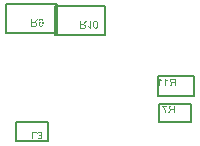
<source format=gbr>
G04*
G04 #@! TF.GenerationSoftware,Altium Limited,Altium Designer,23.3.1 (30)*
G04*
G04 Layer_Color=32896*
%FSLAX25Y25*%
%MOIN*%
G70*
G04*
G04 #@! TF.SameCoordinates,9E9A1B20-5B00-4279-B210-449FD35A5861*
G04*
G04*
G04 #@! TF.FilePolarity,Positive*
G04*
G01*
G75*
%ADD10C,0.00787*%
G36*
X232928Y192952D02*
X232593D01*
Y194070D01*
X232164D01*
X232124Y194066D01*
X232095D01*
X232069Y194062D01*
X232051Y194059D01*
X232036D01*
X232029Y194055D01*
X232025D01*
X231967Y194037D01*
X231942Y194026D01*
X231920Y194015D01*
X231898Y194004D01*
X231883Y193997D01*
X231876Y193993D01*
X231872Y193990D01*
X231843Y193968D01*
X231814Y193942D01*
X231760Y193888D01*
X231734Y193862D01*
X231716Y193841D01*
X231705Y193826D01*
X231701Y193822D01*
X231665Y193771D01*
X231625Y193717D01*
X231585Y193658D01*
X231545Y193604D01*
X231512Y193553D01*
X231487Y193513D01*
X231476Y193498D01*
X231468Y193487D01*
X231461Y193480D01*
Y193476D01*
X231130Y192952D01*
X230715D01*
X231148Y193637D01*
X231199Y193709D01*
X231246Y193775D01*
X231294Y193830D01*
X231334Y193880D01*
X231370Y193917D01*
X231399Y193946D01*
X231417Y193964D01*
X231425Y193972D01*
X231454Y193993D01*
X231487Y194019D01*
X231552Y194059D01*
X231581Y194073D01*
X231603Y194088D01*
X231618Y194095D01*
X231625Y194099D01*
X231559Y194110D01*
X231498Y194121D01*
X231443Y194139D01*
X231388Y194153D01*
X231341Y194172D01*
X231297Y194194D01*
X231257Y194212D01*
X231221Y194230D01*
X231192Y194252D01*
X231163Y194270D01*
X231141Y194284D01*
X231123Y194299D01*
X231108Y194310D01*
X231097Y194321D01*
X231094Y194325D01*
X231090Y194328D01*
X231061Y194365D01*
X231032Y194401D01*
X230988Y194477D01*
X230959Y194554D01*
X230937Y194627D01*
X230922Y194689D01*
X230919Y194714D01*
Y194740D01*
X230915Y194758D01*
Y194772D01*
Y194780D01*
Y194783D01*
X230919Y194860D01*
X230930Y194929D01*
X230948Y194994D01*
X230966Y195049D01*
X230988Y195096D01*
X231002Y195133D01*
X231017Y195155D01*
X231021Y195158D01*
Y195162D01*
X231064Y195220D01*
X231108Y195271D01*
X231155Y195315D01*
X231199Y195347D01*
X231239Y195373D01*
X231272Y195387D01*
X231294Y195398D01*
X231297Y195402D01*
X231301D01*
X231334Y195413D01*
X231374Y195424D01*
X231454Y195442D01*
X231541Y195453D01*
X231621Y195464D01*
X231698Y195468D01*
X231731D01*
X231760Y195471D01*
X232928D01*
Y192952D01*
D02*
G37*
G36*
X230497Y195140D02*
X229263D01*
X229350Y195034D01*
X229434Y194922D01*
X229506Y194812D01*
X229576Y194707D01*
X229605Y194659D01*
X229630Y194616D01*
X229656Y194576D01*
X229674Y194543D01*
X229689Y194514D01*
X229699Y194496D01*
X229707Y194481D01*
X229710Y194477D01*
X229783Y194332D01*
X229849Y194186D01*
X229903Y194048D01*
X229925Y193986D01*
X229947Y193924D01*
X229969Y193870D01*
X229983Y193819D01*
X229998Y193775D01*
X230009Y193739D01*
X230020Y193706D01*
X230027Y193684D01*
X230031Y193669D01*
Y193666D01*
X230067Y193517D01*
X230082Y193444D01*
X230093Y193378D01*
X230103Y193316D01*
X230114Y193254D01*
X230122Y193203D01*
X230129Y193152D01*
X230133Y193109D01*
X230136Y193069D01*
X230140Y193032D01*
Y193003D01*
X230143Y192981D01*
Y192967D01*
Y192956D01*
Y192952D01*
X229827D01*
X229816Y193091D01*
X229798Y193218D01*
X229779Y193334D01*
X229768Y193389D01*
X229758Y193440D01*
X229750Y193484D01*
X229739Y193524D01*
X229732Y193560D01*
X229725Y193589D01*
X229718Y193611D01*
X229714Y193629D01*
X229710Y193640D01*
Y193644D01*
X229656Y193811D01*
X229597Y193968D01*
X229568Y194044D01*
X229539Y194117D01*
X229506Y194183D01*
X229477Y194248D01*
X229452Y194306D01*
X229426Y194357D01*
X229404Y194401D01*
X229386Y194441D01*
X229368Y194474D01*
X229357Y194496D01*
X229350Y194510D01*
X229346Y194514D01*
X229303Y194590D01*
X229259Y194667D01*
X229215Y194736D01*
X229172Y194801D01*
X229132Y194860D01*
X229092Y194918D01*
X229051Y194969D01*
X229019Y195013D01*
X228986Y195056D01*
X228957Y195093D01*
X228928Y195122D01*
X228906Y195147D01*
X228891Y195169D01*
X228877Y195184D01*
X228870Y195191D01*
X228866Y195195D01*
Y195438D01*
X230497D01*
Y195140D01*
D02*
G37*
G36*
X188072Y186822D02*
X188134Y186815D01*
X188196Y186804D01*
X188254Y186789D01*
X188309Y186771D01*
X188356Y186753D01*
X188403Y186731D01*
X188443Y186709D01*
X188483Y186691D01*
X188516Y186669D01*
X188545Y186651D01*
X188567Y186633D01*
X188585Y186618D01*
X188600Y186607D01*
X188607Y186600D01*
X188611Y186596D01*
X188654Y186553D01*
X188691Y186505D01*
X188724Y186458D01*
X188753Y186411D01*
X188775Y186367D01*
X188796Y186320D01*
X188826Y186232D01*
X188833Y186192D01*
X188840Y186156D01*
X188847Y186123D01*
X188851Y186094D01*
X188855Y186072D01*
Y186054D01*
Y186043D01*
Y186039D01*
X188851Y185952D01*
X188836Y185872D01*
X188814Y185803D01*
X188793Y185745D01*
X188771Y185697D01*
X188749Y185661D01*
X188734Y185639D01*
X188731Y185632D01*
X188680Y185577D01*
X188625Y185530D01*
X188567Y185493D01*
X188509Y185464D01*
X188458Y185442D01*
X188418Y185428D01*
X188403Y185424D01*
X188392Y185421D01*
X188385Y185417D01*
X188381D01*
X188443Y185384D01*
X188494Y185351D01*
X188538Y185315D01*
X188574Y185282D01*
X188603Y185253D01*
X188625Y185228D01*
X188636Y185213D01*
X188640Y185206D01*
X188669Y185155D01*
X188691Y185104D01*
X188709Y185053D01*
X188720Y185006D01*
X188727Y184966D01*
X188731Y184936D01*
Y184915D01*
Y184907D01*
X188727Y184845D01*
X188716Y184783D01*
X188702Y184729D01*
X188683Y184682D01*
X188665Y184642D01*
X188651Y184609D01*
X188640Y184591D01*
X188636Y184583D01*
X188600Y184529D01*
X188556Y184481D01*
X188512Y184441D01*
X188469Y184405D01*
X188432Y184379D01*
X188400Y184358D01*
X188378Y184347D01*
X188374Y184343D01*
X188371D01*
X188305Y184314D01*
X188239Y184292D01*
X188174Y184274D01*
X188116Y184263D01*
X188068Y184256D01*
X188028Y184252D01*
X187937D01*
X187886Y184259D01*
X187788Y184278D01*
X187704Y184307D01*
X187631Y184336D01*
X187599Y184354D01*
X187573Y184369D01*
X187548Y184383D01*
X187530Y184398D01*
X187515Y184409D01*
X187504Y184416D01*
X187497Y184420D01*
X187493Y184423D01*
X187424Y184492D01*
X187370Y184569D01*
X187326Y184649D01*
X187289Y184729D01*
X187267Y184798D01*
X187257Y184827D01*
X187249Y184853D01*
X187246Y184874D01*
X187242Y184889D01*
X187238Y184900D01*
Y184904D01*
X187548Y184958D01*
X187562Y184878D01*
X187584Y184809D01*
X187610Y184751D01*
X187635Y184704D01*
X187661Y184667D01*
X187682Y184642D01*
X187697Y184623D01*
X187701Y184620D01*
X187748Y184583D01*
X187799Y184554D01*
X187846Y184536D01*
X187894Y184521D01*
X187937Y184514D01*
X187970Y184507D01*
X187999D01*
X188065Y184511D01*
X188123Y184525D01*
X188174Y184543D01*
X188218Y184562D01*
X188250Y184583D01*
X188276Y184601D01*
X188294Y184616D01*
X188298Y184620D01*
X188338Y184663D01*
X188367Y184711D01*
X188385Y184758D01*
X188400Y184802D01*
X188407Y184842D01*
X188414Y184871D01*
Y184893D01*
Y184896D01*
Y184900D01*
Y184940D01*
X188407Y184976D01*
X188389Y185038D01*
X188363Y185093D01*
X188334Y185140D01*
X188305Y185173D01*
X188279Y185198D01*
X188261Y185213D01*
X188258Y185217D01*
X188254D01*
X188192Y185249D01*
X188134Y185275D01*
X188072Y185293D01*
X188017Y185304D01*
X187970Y185311D01*
X187930Y185319D01*
X187883D01*
X187868Y185315D01*
X187850D01*
X187813Y185588D01*
X187861Y185577D01*
X187905Y185570D01*
X187941Y185563D01*
X187974Y185559D01*
X187999Y185555D01*
X188032D01*
X188108Y185563D01*
X188178Y185577D01*
X188239Y185599D01*
X188290Y185624D01*
X188330Y185650D01*
X188359Y185672D01*
X188378Y185686D01*
X188385Y185694D01*
X188432Y185748D01*
X188469Y185806D01*
X188494Y185865D01*
X188509Y185923D01*
X188520Y185970D01*
X188523Y186010D01*
X188527Y186025D01*
Y186036D01*
Y186043D01*
Y186047D01*
X188520Y186127D01*
X188502Y186199D01*
X188480Y186261D01*
X188451Y186316D01*
X188421Y186360D01*
X188400Y186392D01*
X188381Y186414D01*
X188374Y186422D01*
X188316Y186472D01*
X188254Y186509D01*
X188192Y186534D01*
X188134Y186553D01*
X188083Y186564D01*
X188043Y186567D01*
X188028Y186571D01*
X188006D01*
X187941Y186567D01*
X187879Y186553D01*
X187824Y186534D01*
X187781Y186512D01*
X187744Y186494D01*
X187715Y186476D01*
X187701Y186462D01*
X187693Y186458D01*
X187650Y186407D01*
X187613Y186349D01*
X187581Y186287D01*
X187555Y186221D01*
X187537Y186167D01*
X187530Y186141D01*
X187526Y186119D01*
X187522Y186101D01*
X187519Y186087D01*
X187515Y186079D01*
Y186076D01*
X187206Y186116D01*
X187213Y186174D01*
X187224Y186229D01*
X187257Y186330D01*
X187297Y186418D01*
X187319Y186454D01*
X187340Y186491D01*
X187362Y186523D01*
X187384Y186549D01*
X187402Y186574D01*
X187420Y186593D01*
X187431Y186607D01*
X187442Y186618D01*
X187450Y186625D01*
X187453Y186629D01*
X187497Y186662D01*
X187540Y186695D01*
X187584Y186720D01*
X187631Y186742D01*
X187723Y186778D01*
X187810Y186800D01*
X187850Y186807D01*
X187886Y186815D01*
X187919Y186818D01*
X187948Y186822D01*
X187970Y186826D01*
X188003D01*
X188072Y186822D01*
D02*
G37*
G36*
X186933Y186483D02*
X185691D01*
Y184263D01*
X185356D01*
Y186782D01*
X186933D01*
Y186483D01*
D02*
G37*
G36*
X203166Y222975D02*
X203115Y222902D01*
X203068Y222837D01*
X203021Y222782D01*
X202980Y222731D01*
X202944Y222695D01*
X202915Y222666D01*
X202897Y222648D01*
X202889Y222640D01*
X202860Y222618D01*
X202828Y222593D01*
X202762Y222553D01*
X202733Y222538D01*
X202711Y222524D01*
X202697Y222516D01*
X202689Y222513D01*
X202755Y222502D01*
X202817Y222491D01*
X202871Y222473D01*
X202926Y222458D01*
X202973Y222440D01*
X203017Y222418D01*
X203057Y222400D01*
X203093Y222382D01*
X203122Y222360D01*
X203152Y222342D01*
X203173Y222327D01*
X203192Y222313D01*
X203206Y222302D01*
X203217Y222291D01*
X203221Y222287D01*
X203224Y222284D01*
X203254Y222247D01*
X203283Y222211D01*
X203326Y222134D01*
X203355Y222058D01*
X203377Y221985D01*
X203392Y221923D01*
X203396Y221898D01*
Y221872D01*
X203399Y221854D01*
Y221839D01*
Y221832D01*
Y221829D01*
X203396Y221752D01*
X203385Y221683D01*
X203366Y221617D01*
X203348Y221563D01*
X203326Y221515D01*
X203312Y221479D01*
X203297Y221457D01*
X203294Y221454D01*
Y221450D01*
X203250Y221392D01*
X203206Y221341D01*
X203159Y221297D01*
X203115Y221264D01*
X203075Y221239D01*
X203042Y221224D01*
X203021Y221213D01*
X203017Y221210D01*
X203013D01*
X202980Y221199D01*
X202941Y221188D01*
X202860Y221170D01*
X202773Y221159D01*
X202693Y221148D01*
X202617Y221144D01*
X202584D01*
X202555Y221141D01*
X201386D01*
Y223659D01*
X201721D01*
Y222542D01*
X202151D01*
X202191Y222546D01*
X202220D01*
X202245Y222549D01*
X202263Y222553D01*
X202278D01*
X202285Y222557D01*
X202289D01*
X202347Y222575D01*
X202373Y222586D01*
X202395Y222597D01*
X202416Y222607D01*
X202431Y222615D01*
X202438Y222618D01*
X202442Y222622D01*
X202471Y222644D01*
X202500Y222669D01*
X202555Y222724D01*
X202580Y222749D01*
X202598Y222771D01*
X202609Y222786D01*
X202613Y222790D01*
X202649Y222840D01*
X202689Y222895D01*
X202729Y222953D01*
X202769Y223008D01*
X202802Y223059D01*
X202828Y223099D01*
X202839Y223113D01*
X202846Y223124D01*
X202853Y223132D01*
Y223135D01*
X203184Y223659D01*
X203599D01*
X203166Y222975D01*
D02*
G37*
G36*
X204961Y221130D02*
X204761D01*
X204724Y221192D01*
X204684Y221250D01*
X204637Y221308D01*
X204593Y221359D01*
X204549Y221403D01*
X204517Y221439D01*
X204502Y221450D01*
X204491Y221461D01*
X204487Y221465D01*
X204484Y221468D01*
X204407Y221530D01*
X204331Y221588D01*
X204258Y221639D01*
X204185Y221679D01*
X204123Y221716D01*
X204098Y221730D01*
X204076Y221741D01*
X204058Y221752D01*
X204043Y221756D01*
X204036Y221763D01*
X204032D01*
Y222061D01*
X204087Y222040D01*
X204142Y222014D01*
X204196Y221989D01*
X204247Y221963D01*
X204291Y221941D01*
X204327Y221923D01*
X204349Y221909D01*
X204353Y221905D01*
X204356D01*
X204422Y221865D01*
X204480Y221825D01*
X204531Y221789D01*
X204571Y221756D01*
X204608Y221730D01*
X204629Y221708D01*
X204648Y221694D01*
X204651Y221690D01*
Y223659D01*
X204961D01*
Y221130D01*
D02*
G37*
G36*
X206675Y223696D02*
X206766Y223681D01*
X206843Y223656D01*
X206908Y223630D01*
X206963Y223605D01*
X206981Y223590D01*
X206999Y223579D01*
X207014Y223572D01*
X207025Y223565D01*
X207028Y223557D01*
X207032D01*
X207097Y223496D01*
X207152Y223430D01*
X207199Y223357D01*
X207236Y223292D01*
X207265Y223230D01*
X207279Y223204D01*
X207287Y223179D01*
X207294Y223161D01*
X207301Y223146D01*
X207305Y223139D01*
Y223135D01*
X207323Y223081D01*
X207338Y223026D01*
X207360Y222910D01*
X207378Y222790D01*
X207389Y222673D01*
X207392Y222622D01*
X207396Y222575D01*
Y222531D01*
X207400Y222491D01*
Y222462D01*
Y222436D01*
Y222422D01*
Y222418D01*
Y222349D01*
X207396Y222284D01*
Y222225D01*
X207392Y222167D01*
X207385Y222116D01*
X207381Y222065D01*
X207378Y222022D01*
X207370Y221981D01*
X207367Y221945D01*
X207360Y221912D01*
X207356Y221887D01*
X207352Y221865D01*
X207348Y221847D01*
X207345Y221836D01*
X207341Y221829D01*
Y221825D01*
X207319Y221745D01*
X207294Y221672D01*
X207265Y221610D01*
X207243Y221555D01*
X207218Y221508D01*
X207203Y221476D01*
X207188Y221457D01*
X207185Y221450D01*
X207145Y221395D01*
X207105Y221348D01*
X207061Y221308D01*
X207021Y221272D01*
X206984Y221246D01*
X206955Y221228D01*
X206937Y221217D01*
X206934Y221213D01*
X206930D01*
X206872Y221184D01*
X206810Y221166D01*
X206752Y221151D01*
X206697Y221141D01*
X206650Y221133D01*
X206610Y221130D01*
X206577D01*
X206479Y221137D01*
X206388Y221151D01*
X206311Y221177D01*
X206246Y221202D01*
X206191Y221232D01*
X206169Y221242D01*
X206151Y221257D01*
X206136Y221264D01*
X206125Y221272D01*
X206122Y221279D01*
X206118D01*
X206053Y221337D01*
X205998Y221406D01*
X205951Y221476D01*
X205914Y221541D01*
X205885Y221603D01*
X205871Y221628D01*
X205863Y221654D01*
X205856Y221672D01*
X205849Y221687D01*
X205845Y221694D01*
Y221697D01*
X205831Y221752D01*
X205816Y221807D01*
X205794Y221927D01*
X205776Y222047D01*
X205765Y222160D01*
X205762Y222214D01*
X205758Y222262D01*
Y222305D01*
X205754Y222345D01*
Y222375D01*
Y222400D01*
Y222415D01*
Y222418D01*
X205758Y222546D01*
X205765Y222666D01*
X205776Y222775D01*
X205794Y222877D01*
X205812Y222972D01*
X205834Y223055D01*
X205856Y223132D01*
X205878Y223197D01*
X205900Y223255D01*
X205925Y223306D01*
X205943Y223350D01*
X205962Y223383D01*
X205980Y223412D01*
X205991Y223430D01*
X205998Y223441D01*
X206002Y223445D01*
X206042Y223488D01*
X206085Y223528D01*
X206133Y223565D01*
X206180Y223594D01*
X206227Y223619D01*
X206275Y223641D01*
X206322Y223656D01*
X206366Y223670D01*
X206409Y223681D01*
X206449Y223689D01*
X206486Y223696D01*
X206515Y223699D01*
X206540Y223703D01*
X206577D01*
X206675Y223696D01*
D02*
G37*
G36*
X230043Y204414D02*
X230083Y204356D01*
X230131Y204298D01*
X230174Y204247D01*
X230218Y204203D01*
X230251Y204167D01*
X230265Y204156D01*
X230276Y204145D01*
X230280Y204141D01*
X230283Y204138D01*
X230360Y204076D01*
X230436Y204017D01*
X230509Y203966D01*
X230582Y203926D01*
X230644Y203890D01*
X230669Y203875D01*
X230691Y203865D01*
X230709Y203854D01*
X230724Y203850D01*
X230731Y203843D01*
X230735D01*
Y203544D01*
X230680Y203566D01*
X230626Y203592D01*
X230571Y203617D01*
X230520Y203643D01*
X230476Y203664D01*
X230440Y203683D01*
X230418Y203697D01*
X230414Y203701D01*
X230411D01*
X230345Y203741D01*
X230287Y203781D01*
X230236Y203817D01*
X230196Y203850D01*
X230160Y203875D01*
X230138Y203897D01*
X230119Y203912D01*
X230116Y203916D01*
Y201946D01*
X229806D01*
Y204476D01*
X230007D01*
X230043Y204414D01*
D02*
G37*
G36*
X228085D02*
X228125Y204356D01*
X228172Y204298D01*
X228216Y204247D01*
X228259Y204203D01*
X228292Y204167D01*
X228307Y204156D01*
X228318Y204145D01*
X228321Y204141D01*
X228325Y204138D01*
X228401Y204076D01*
X228478Y204017D01*
X228551Y203966D01*
X228624Y203926D01*
X228685Y203890D01*
X228711Y203875D01*
X228733Y203865D01*
X228751Y203854D01*
X228766Y203850D01*
X228773Y203843D01*
X228776D01*
Y203544D01*
X228722Y203566D01*
X228667Y203592D01*
X228613Y203617D01*
X228562Y203643D01*
X228518Y203664D01*
X228482Y203683D01*
X228460Y203697D01*
X228456Y203701D01*
X228452D01*
X228387Y203741D01*
X228329Y203781D01*
X228278Y203817D01*
X228238Y203850D01*
X228201Y203875D01*
X228179Y203897D01*
X228161Y203912D01*
X228158Y203916D01*
Y201946D01*
X227848D01*
Y204476D01*
X228048D01*
X228085Y204414D01*
D02*
G37*
G36*
X233381Y201946D02*
X233046D01*
Y203064D01*
X232617D01*
X232576Y203060D01*
X232547D01*
X232522Y203057D01*
X232504Y203053D01*
X232489D01*
X232482Y203049D01*
X232478D01*
X232420Y203031D01*
X232395Y203020D01*
X232373Y203009D01*
X232351Y202998D01*
X232336Y202991D01*
X232329Y202987D01*
X232325Y202984D01*
X232296Y202962D01*
X232267Y202936D01*
X232213Y202882D01*
X232187Y202856D01*
X232169Y202835D01*
X232158Y202820D01*
X232154Y202816D01*
X232118Y202765D01*
X232078Y202711D01*
X232038Y202653D01*
X231998Y202598D01*
X231965Y202547D01*
X231940Y202507D01*
X231929Y202492D01*
X231921Y202481D01*
X231914Y202474D01*
Y202470D01*
X231583Y201946D01*
X231168D01*
X231601Y202631D01*
X231652Y202703D01*
X231699Y202769D01*
X231747Y202824D01*
X231787Y202874D01*
X231823Y202911D01*
X231852Y202940D01*
X231870Y202958D01*
X231878Y202965D01*
X231907Y202987D01*
X231940Y203013D01*
X232005Y203053D01*
X232034Y203067D01*
X232056Y203082D01*
X232071Y203089D01*
X232078Y203093D01*
X232012Y203104D01*
X231950Y203115D01*
X231896Y203133D01*
X231841Y203148D01*
X231794Y203166D01*
X231750Y203188D01*
X231710Y203206D01*
X231674Y203224D01*
X231645Y203246D01*
X231616Y203264D01*
X231594Y203278D01*
X231576Y203293D01*
X231561Y203304D01*
X231550Y203315D01*
X231546Y203319D01*
X231543Y203322D01*
X231514Y203359D01*
X231485Y203395D01*
X231441Y203471D01*
X231412Y203548D01*
X231390Y203621D01*
X231375Y203683D01*
X231372Y203708D01*
Y203733D01*
X231368Y203752D01*
Y203766D01*
Y203774D01*
Y203777D01*
X231372Y203854D01*
X231383Y203923D01*
X231401Y203988D01*
X231419Y204043D01*
X231441Y204090D01*
X231455Y204127D01*
X231470Y204149D01*
X231474Y204152D01*
Y204156D01*
X231517Y204214D01*
X231561Y204265D01*
X231608Y204309D01*
X231652Y204341D01*
X231692Y204367D01*
X231725Y204381D01*
X231747Y204392D01*
X231750Y204396D01*
X231754D01*
X231787Y204407D01*
X231827Y204418D01*
X231907Y204436D01*
X231994Y204447D01*
X232074Y204458D01*
X232151Y204462D01*
X232183D01*
X232213Y204465D01*
X233381D01*
Y201946D01*
D02*
G37*
G36*
X186975Y223672D02*
X186924Y223600D01*
X186876Y223534D01*
X186829Y223479D01*
X186789Y223428D01*
X186752Y223392D01*
X186723Y223363D01*
X186705Y223345D01*
X186698Y223337D01*
X186669Y223316D01*
X186636Y223290D01*
X186571Y223250D01*
X186541Y223236D01*
X186520Y223221D01*
X186505Y223214D01*
X186498Y223210D01*
X186563Y223199D01*
X186625Y223188D01*
X186680Y223170D01*
X186734Y223155D01*
X186782Y223137D01*
X186825Y223115D01*
X186865Y223097D01*
X186902Y223079D01*
X186931Y223057D01*
X186960Y223039D01*
X186982Y223024D01*
X187000Y223010D01*
X187015Y222999D01*
X187025Y222988D01*
X187029Y222984D01*
X187033Y222981D01*
X187062Y222944D01*
X187091Y222908D01*
X187135Y222831D01*
X187164Y222755D01*
X187186Y222682D01*
X187200Y222620D01*
X187204Y222595D01*
Y222569D01*
X187207Y222551D01*
Y222537D01*
Y222529D01*
Y222526D01*
X187204Y222449D01*
X187193Y222380D01*
X187175Y222315D01*
X187157Y222260D01*
X187135Y222213D01*
X187120Y222176D01*
X187106Y222154D01*
X187102Y222151D01*
Y222147D01*
X187058Y222089D01*
X187015Y222038D01*
X186967Y221994D01*
X186924Y221961D01*
X186884Y221936D01*
X186851Y221921D01*
X186829Y221911D01*
X186825Y221907D01*
X186822D01*
X186789Y221896D01*
X186749Y221885D01*
X186669Y221867D01*
X186581Y221856D01*
X186501Y221845D01*
X186425Y221841D01*
X186392D01*
X186363Y221838D01*
X185195D01*
Y224357D01*
X185529D01*
Y223239D01*
X185959D01*
X185999Y223243D01*
X186028D01*
X186054Y223246D01*
X186072Y223250D01*
X186086D01*
X186094Y223254D01*
X186097D01*
X186156Y223272D01*
X186181Y223283D01*
X186203Y223294D01*
X186225Y223305D01*
X186239Y223312D01*
X186247Y223316D01*
X186250Y223319D01*
X186279Y223341D01*
X186308Y223366D01*
X186363Y223421D01*
X186389Y223447D01*
X186407Y223468D01*
X186418Y223483D01*
X186421Y223487D01*
X186458Y223538D01*
X186498Y223592D01*
X186538Y223651D01*
X186578Y223705D01*
X186611Y223756D01*
X186636Y223796D01*
X186647Y223811D01*
X186654Y223821D01*
X186662Y223829D01*
Y223833D01*
X186993Y224357D01*
X187408D01*
X186975Y223672D01*
D02*
G37*
G36*
X188460Y224393D02*
X188551Y224378D01*
X188634Y224353D01*
X188704Y224324D01*
X188733Y224313D01*
X188762Y224298D01*
X188784Y224284D01*
X188805Y224273D01*
X188820Y224266D01*
X188831Y224258D01*
X188838Y224251D01*
X188842D01*
X188915Y224189D01*
X188980Y224120D01*
X189031Y224047D01*
X189075Y223978D01*
X189111Y223916D01*
X189126Y223887D01*
X189137Y223865D01*
X189144Y223843D01*
X189151Y223829D01*
X189155Y223821D01*
Y223818D01*
X189173Y223763D01*
X189191Y223701D01*
X189217Y223578D01*
X189235Y223447D01*
X189246Y223323D01*
X189253Y223268D01*
X189257Y223214D01*
Y223166D01*
X189260Y223126D01*
Y223094D01*
Y223068D01*
Y223050D01*
Y223046D01*
Y222962D01*
X189257Y222882D01*
X189250Y222810D01*
X189242Y222741D01*
X189235Y222679D01*
X189228Y222620D01*
X189217Y222566D01*
X189206Y222518D01*
X189195Y222478D01*
X189188Y222442D01*
X189177Y222409D01*
X189170Y222384D01*
X189162Y222365D01*
X189155Y222351D01*
X189151Y222344D01*
Y222340D01*
X189108Y222253D01*
X189060Y222176D01*
X189006Y222111D01*
X188958Y222056D01*
X188911Y222016D01*
X188875Y221987D01*
X188860Y221976D01*
X188849Y221969D01*
X188846Y221961D01*
X188842D01*
X188766Y221918D01*
X188689Y221885D01*
X188613Y221860D01*
X188543Y221845D01*
X188481Y221834D01*
X188456Y221831D01*
X188438D01*
X188420Y221827D01*
X188394D01*
X188332Y221831D01*
X188274Y221838D01*
X188216Y221849D01*
X188165Y221863D01*
X188067Y221903D01*
X188023Y221921D01*
X187987Y221943D01*
X187950Y221969D01*
X187921Y221987D01*
X187892Y222009D01*
X187870Y222027D01*
X187852Y222042D01*
X187841Y222053D01*
X187834Y222060D01*
X187830Y222063D01*
X187790Y222107D01*
X187757Y222158D01*
X187724Y222205D01*
X187699Y222256D01*
X187677Y222311D01*
X187659Y222362D01*
X187633Y222457D01*
X187622Y222504D01*
X187615Y222544D01*
X187612Y222584D01*
X187608Y222617D01*
X187604Y222642D01*
Y222660D01*
Y222675D01*
Y222679D01*
X187608Y222748D01*
X187615Y222810D01*
X187622Y222871D01*
X187637Y222930D01*
X187655Y222981D01*
X187673Y223032D01*
X187692Y223075D01*
X187714Y223115D01*
X187732Y223152D01*
X187750Y223184D01*
X187768Y223210D01*
X187786Y223236D01*
X187801Y223254D01*
X187808Y223265D01*
X187815Y223272D01*
X187819Y223275D01*
X187859Y223316D01*
X187903Y223348D01*
X187946Y223381D01*
X187994Y223407D01*
X188037Y223428D01*
X188081Y223447D01*
X188165Y223472D01*
X188201Y223483D01*
X188238Y223490D01*
X188267Y223494D01*
X188296Y223498D01*
X188318Y223501D01*
X188347D01*
X188416Y223498D01*
X188481Y223487D01*
X188540Y223472D01*
X188594Y223454D01*
X188634Y223439D01*
X188667Y223425D01*
X188689Y223414D01*
X188696Y223410D01*
X188754Y223374D01*
X188805Y223334D01*
X188849Y223294D01*
X188886Y223257D01*
X188911Y223221D01*
X188933Y223195D01*
X188947Y223177D01*
X188951Y223170D01*
Y223199D01*
Y223217D01*
Y223228D01*
Y223232D01*
X188947Y223305D01*
X188944Y223374D01*
X188936Y223436D01*
X188929Y223494D01*
X188918Y223541D01*
X188911Y223578D01*
X188907Y223592D01*
Y223603D01*
X188904Y223607D01*
Y223610D01*
X188886Y223676D01*
X188867Y223734D01*
X188849Y223785D01*
X188831Y223829D01*
X188816Y223862D01*
X188802Y223887D01*
X188795Y223905D01*
X188791Y223909D01*
X188762Y223949D01*
X188733Y223982D01*
X188704Y224011D01*
X188674Y224036D01*
X188653Y224058D01*
X188631Y224073D01*
X188616Y224080D01*
X188613Y224084D01*
X188573Y224106D01*
X188529Y224120D01*
X188489Y224131D01*
X188449Y224138D01*
X188416Y224142D01*
X188391Y224146D01*
X188365D01*
X188307Y224142D01*
X188252Y224131D01*
X188205Y224116D01*
X188165Y224098D01*
X188136Y224084D01*
X188110Y224069D01*
X188096Y224058D01*
X188092Y224055D01*
X188056Y224014D01*
X188026Y223967D01*
X188001Y223916D01*
X187983Y223865D01*
X187968Y223821D01*
X187957Y223781D01*
X187954Y223767D01*
Y223760D01*
X187950Y223752D01*
Y223749D01*
X187652Y223774D01*
X187673Y223880D01*
X187703Y223971D01*
X187739Y224051D01*
X187775Y224116D01*
X187812Y224167D01*
X187830Y224189D01*
X187845Y224207D01*
X187855Y224218D01*
X187866Y224229D01*
X187870Y224233D01*
X187874Y224236D01*
X187910Y224266D01*
X187950Y224291D01*
X188030Y224331D01*
X188110Y224360D01*
X188187Y224378D01*
X188256Y224393D01*
X188285Y224397D01*
X188310D01*
X188329Y224400D01*
X188358D01*
X188460Y224393D01*
D02*
G37*
%LPC*%
G36*
X232593Y195191D02*
X231800D01*
X231701Y195187D01*
X231618Y195173D01*
X231545Y195155D01*
X231490Y195133D01*
X231443Y195111D01*
X231414Y195093D01*
X231396Y195078D01*
X231388Y195074D01*
X231345Y195027D01*
X231312Y194980D01*
X231290Y194929D01*
X231272Y194885D01*
X231265Y194842D01*
X231261Y194809D01*
X231257Y194787D01*
Y194783D01*
Y194780D01*
X231261Y194736D01*
X231268Y194692D01*
X231279Y194656D01*
X231290Y194623D01*
X231305Y194594D01*
X231315Y194572D01*
X231323Y194557D01*
X231327Y194554D01*
X231352Y194518D01*
X231385Y194485D01*
X231417Y194459D01*
X231450Y194437D01*
X231479Y194423D01*
X231501Y194412D01*
X231516Y194405D01*
X231523Y194401D01*
X231574Y194386D01*
X231632Y194376D01*
X231691Y194368D01*
X231749Y194365D01*
X231800Y194361D01*
X231843Y194357D01*
X232593D01*
Y195191D01*
D02*
G37*
G36*
X202471Y222254D02*
X201721D01*
Y221421D01*
X202515D01*
X202613Y221425D01*
X202697Y221439D01*
X202769Y221457D01*
X202824Y221479D01*
X202871Y221501D01*
X202901Y221519D01*
X202919Y221534D01*
X202926Y221537D01*
X202970Y221585D01*
X203002Y221632D01*
X203024Y221683D01*
X203042Y221727D01*
X203050Y221770D01*
X203053Y221803D01*
X203057Y221825D01*
Y221829D01*
Y221832D01*
X203053Y221876D01*
X203046Y221919D01*
X203035Y221956D01*
X203024Y221989D01*
X203010Y222018D01*
X202999Y222040D01*
X202992Y222054D01*
X202988Y222058D01*
X202962Y222094D01*
X202930Y222127D01*
X202897Y222152D01*
X202864Y222174D01*
X202835Y222189D01*
X202813Y222200D01*
X202799Y222207D01*
X202791Y222211D01*
X202740Y222225D01*
X202682Y222236D01*
X202624Y222243D01*
X202566Y222247D01*
X202515Y222251D01*
X202471Y222254D01*
D02*
G37*
G36*
X206599Y223448D02*
X206577D01*
X206537Y223445D01*
X206500Y223441D01*
X206431Y223416D01*
X206369Y223383D01*
X206315Y223346D01*
X206275Y223310D01*
X206242Y223277D01*
X206224Y223252D01*
X206217Y223248D01*
Y223245D01*
X206191Y223201D01*
X206169Y223150D01*
X206147Y223092D01*
X206133Y223030D01*
X206118Y222964D01*
X206107Y222895D01*
X206089Y222753D01*
X206082Y222688D01*
X206078Y222626D01*
X206075Y222568D01*
Y222520D01*
X206071Y222477D01*
Y222444D01*
Y222426D01*
Y222418D01*
X206075Y222305D01*
X206078Y222203D01*
X206085Y222109D01*
X206096Y222022D01*
X206107Y221945D01*
X206122Y221876D01*
X206136Y221814D01*
X206151Y221759D01*
X206166Y221712D01*
X206176Y221672D01*
X206191Y221639D01*
X206202Y221610D01*
X206213Y221592D01*
X206220Y221577D01*
X206227Y221570D01*
Y221567D01*
X206253Y221534D01*
X206278Y221505D01*
X206308Y221483D01*
X206337Y221461D01*
X206395Y221428D01*
X206449Y221406D01*
X206497Y221395D01*
X206537Y221388D01*
X206551Y221385D01*
X206573D01*
X206613Y221388D01*
X206653Y221392D01*
X206690Y221403D01*
X206722Y221417D01*
X206784Y221450D01*
X206839Y221486D01*
X206879Y221526D01*
X206912Y221559D01*
X206923Y221574D01*
X206930Y221585D01*
X206937Y221588D01*
Y221592D01*
X206963Y221636D01*
X206984Y221687D01*
X207006Y221745D01*
X207021Y221807D01*
X207035Y221872D01*
X207046Y221941D01*
X207065Y222080D01*
X207072Y222149D01*
X207076Y222211D01*
X207079Y222269D01*
Y222316D01*
X207083Y222360D01*
Y222393D01*
Y222411D01*
Y222415D01*
Y222418D01*
Y222531D01*
X207076Y222633D01*
X207068Y222724D01*
X207061Y222811D01*
X207050Y222884D01*
X207035Y222953D01*
X207021Y223011D01*
X207010Y223066D01*
X206995Y223110D01*
X206981Y223146D01*
X206970Y223179D01*
X206955Y223204D01*
X206948Y223223D01*
X206941Y223234D01*
X206934Y223241D01*
Y223245D01*
X206904Y223281D01*
X206875Y223310D01*
X206846Y223339D01*
X206817Y223361D01*
X206755Y223397D01*
X206701Y223423D01*
X206650Y223437D01*
X206613Y223445D01*
X206599Y223448D01*
D02*
G37*
G36*
X233046Y204185D02*
X232253D01*
X232154Y204181D01*
X232071Y204167D01*
X231998Y204149D01*
X231943Y204127D01*
X231896Y204105D01*
X231867Y204087D01*
X231849Y204072D01*
X231841Y204068D01*
X231798Y204021D01*
X231765Y203974D01*
X231743Y203923D01*
X231725Y203879D01*
X231717Y203836D01*
X231714Y203803D01*
X231710Y203781D01*
Y203777D01*
Y203774D01*
X231714Y203730D01*
X231721Y203686D01*
X231732Y203650D01*
X231743Y203617D01*
X231757Y203588D01*
X231768Y203566D01*
X231776Y203552D01*
X231779Y203548D01*
X231805Y203512D01*
X231838Y203479D01*
X231870Y203453D01*
X231903Y203431D01*
X231932Y203417D01*
X231954Y203406D01*
X231969Y203399D01*
X231976Y203395D01*
X232027Y203380D01*
X232085Y203370D01*
X232143Y203362D01*
X232202Y203359D01*
X232253Y203355D01*
X232296Y203351D01*
X233046D01*
Y204185D01*
D02*
G37*
G36*
X186279Y222952D02*
X185529D01*
Y222118D01*
X186323D01*
X186421Y222122D01*
X186505Y222136D01*
X186578Y222154D01*
X186632Y222176D01*
X186680Y222198D01*
X186709Y222216D01*
X186727Y222231D01*
X186734Y222235D01*
X186778Y222282D01*
X186811Y222329D01*
X186833Y222380D01*
X186851Y222424D01*
X186858Y222467D01*
X186862Y222500D01*
X186865Y222522D01*
Y222526D01*
Y222529D01*
X186862Y222573D01*
X186854Y222617D01*
X186844Y222653D01*
X186833Y222686D01*
X186818Y222715D01*
X186807Y222737D01*
X186800Y222751D01*
X186796Y222755D01*
X186771Y222791D01*
X186738Y222824D01*
X186705Y222850D01*
X186672Y222871D01*
X186643Y222886D01*
X186621Y222897D01*
X186607Y222904D01*
X186600Y222908D01*
X186549Y222922D01*
X186490Y222933D01*
X186432Y222941D01*
X186374Y222944D01*
X186323Y222948D01*
X186279Y222952D01*
D02*
G37*
G36*
X188445Y223228D02*
X188423D01*
X188347Y223221D01*
X188278Y223206D01*
X188216Y223181D01*
X188161Y223152D01*
X188121Y223126D01*
X188088Y223101D01*
X188070Y223086D01*
X188063Y223079D01*
X188016Y223021D01*
X187979Y222955D01*
X187957Y222890D01*
X187939Y222828D01*
X187928Y222773D01*
X187925Y222751D01*
Y222729D01*
X187921Y222711D01*
Y222700D01*
Y222693D01*
Y222690D01*
X187928Y222595D01*
X187943Y222508D01*
X187968Y222431D01*
X187997Y222369D01*
X188023Y222318D01*
X188048Y222282D01*
X188056Y222271D01*
X188063Y222260D01*
X188070Y222256D01*
Y222253D01*
X188099Y222224D01*
X188128Y222195D01*
X188190Y222154D01*
X188252Y222122D01*
X188310Y222104D01*
X188358Y222089D01*
X188398Y222085D01*
X188412Y222082D01*
X188471D01*
X188507Y222089D01*
X188573Y222107D01*
X188631Y222133D01*
X188682Y222158D01*
X188722Y222187D01*
X188751Y222213D01*
X188769Y222231D01*
X188776Y222235D01*
Y222238D01*
X188824Y222300D01*
X188860Y222369D01*
X188886Y222442D01*
X188900Y222511D01*
X188911Y222569D01*
X188915Y222595D01*
Y222620D01*
X188918Y222639D01*
Y222653D01*
Y222660D01*
Y222664D01*
X188911Y222759D01*
X188897Y222842D01*
X188875Y222912D01*
X188849Y222970D01*
X188820Y223017D01*
X188798Y223050D01*
X188784Y223072D01*
X188776Y223079D01*
X188722Y223130D01*
X188663Y223166D01*
X188605Y223192D01*
X188547Y223210D01*
X188500Y223221D01*
X188460Y223225D01*
X188445Y223228D01*
D02*
G37*
%LPD*%
D10*
X238255Y189901D02*
Y196003D01*
X227601Y189901D02*
X238255D01*
X227601D02*
Y196003D01*
X238255D01*
X180029Y183578D02*
Y190074D01*
X190684D01*
Y183578D02*
Y190074D01*
X180029Y183578D02*
X190684D01*
X192910Y218856D02*
Y228550D01*
X209863D01*
Y218856D02*
Y228550D01*
X192910Y218856D02*
X209863D01*
X239483Y198698D02*
Y205194D01*
X227279Y198698D02*
X239483D01*
X227279D02*
Y205194D01*
X239483D01*
X176718Y219553D02*
Y229247D01*
X193672D01*
Y219553D02*
Y229247D01*
X176718Y219553D02*
X193672D01*
M02*

</source>
